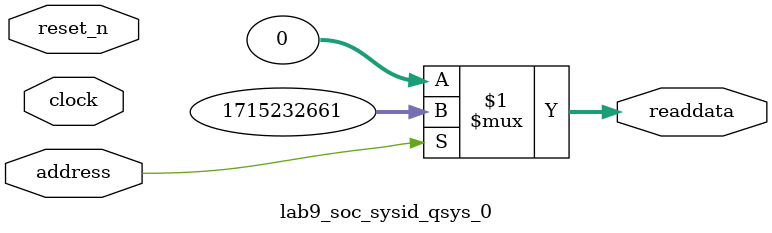
<source format=v>



// synthesis translate_off
`timescale 1ns / 1ps
// synthesis translate_on

// turn off superfluous verilog processor warnings 
// altera message_level Level1 
// altera message_off 10034 10035 10036 10037 10230 10240 10030 

module lab9_soc_sysid_qsys_0 (
               // inputs:
                address,
                clock,
                reset_n,

               // outputs:
                readdata
             )
;

  output  [ 31: 0] readdata;
  input            address;
  input            clock;
  input            reset_n;

  wire    [ 31: 0] readdata;
  //control_slave, which is an e_avalon_slave
  assign readdata = address ? 1715232661 : 0;

endmodule



</source>
